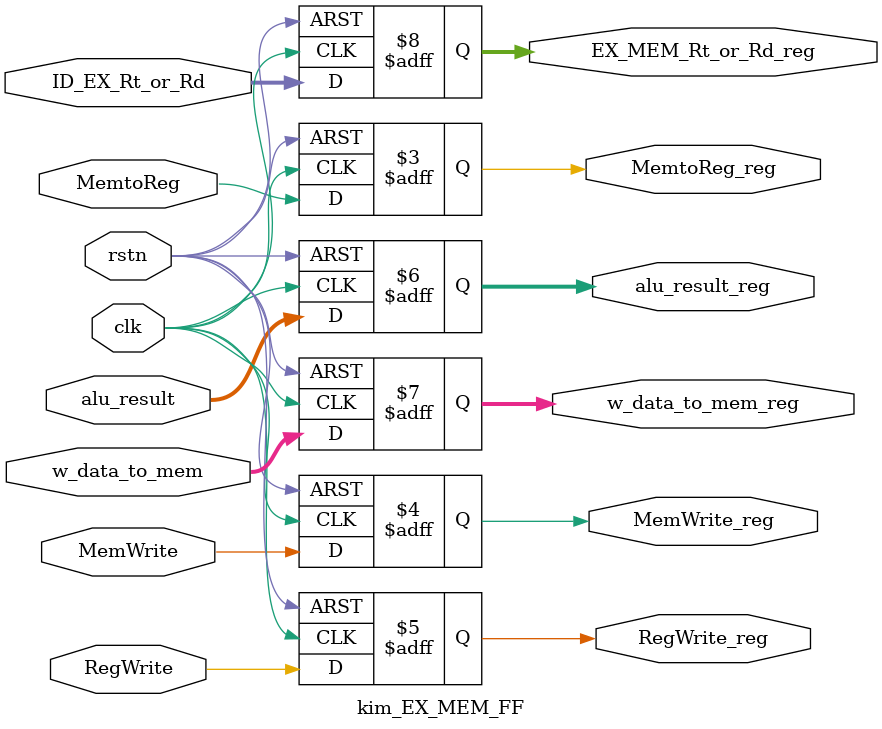
<source format=v>
module kim_EX_MEM_FF 
(
    input   wire                                    clk,
    input   wire                                    rstn,

    //input   wire                                    RegDst,  
    //input   wire                                    Jump,  
    //input   wire                                    Branch, 
    input   wire                                    MemtoReg, // MemRead
    //input   wire [1:0]                              ALUOp, 
    input   wire                                    MemWrite, 
    //input   wire                                    ALUSrc, 
    input   wire                                    RegWrite,

    input   wire [MIPS_REGISTER_DATA_WIDTH-1:0]     alu_result,
    input   wire [MIPS_REGISTER_DATA_WIDTH-1:0]     w_data_to_mem,

    input   wire [MIPS_REGISTER_ADDR_WIDTH-1:0]     ID_EX_Rt_or_Rd,


    //output  reg                                     RegDst_reg,  
    //output  reg                                     Jump_reg,  
    //output  reg                                     Branch_reg, 
    output  reg                                     MemtoReg_reg, // MemRead
    //output  reg [1:0]                               ALUOp_reg, 
    output  reg                                     MemWrite_reg, 
    //output  reg                                     ALUSrc_reg, 
    output  reg                                     RegWrite_reg,

    output  reg [MIPS_REGISTER_DATA_WIDTH-1:0]      alu_result_reg,
    output  reg [MIPS_REGISTER_DATA_WIDTH-1:0]      w_data_to_mem_reg,

    output  reg [MIPS_REGISTER_ADDR_WIDTH-1:0]     EX_MEM_Rt_or_Rd_reg
);

//------------------------Parameter----------------------
localparam
    MIPS_REGISTER_DATA_WIDTH = 32,
    MIPS_REGISTER_ADDR_WIDTH = 5;
//------------------------Local signal-------------------

//------------------------Instantiation------------------

always @(posedge clk or negedge rstn) begin
    if(!rstn) begin
    //RegDst_reg      <= 0;
    //Jump_reg        <= 0;
    //Branch_reg      <= 0;
    MemtoReg_reg    <= 0;
    //ALUOp_reg,      <= 0;
    MemWrite_reg    <= 0;
    //ALUSrc_reg      <= 0;
    RegWrite_reg        <= 0;
    alu_result_reg      <= 0;
    w_data_to_mem_reg   <= 0; 
    EX_MEM_Rt_or_Rd_reg <= 0;
    end
    else begin
    //RegDst_reg            <= RegDst;
    //Jump_reg              <= Jump;
    //Branch_reg            <= Branch;
    MemtoReg_reg        <= MemtoReg;
    //ALUOp_reg,            <= ALUOp;
    MemWrite_reg        <= MemWrite;
    //ALUSrc_reg            <= ALUSrc;
    RegWrite_reg        <= RegWrite;
    alu_result_reg      <= alu_result;
    w_data_to_mem_reg   <= w_data_to_mem; 
    EX_MEM_Rt_or_Rd_reg <= ID_EX_Rt_or_Rd;
    end
end


    
endmodule
</source>
